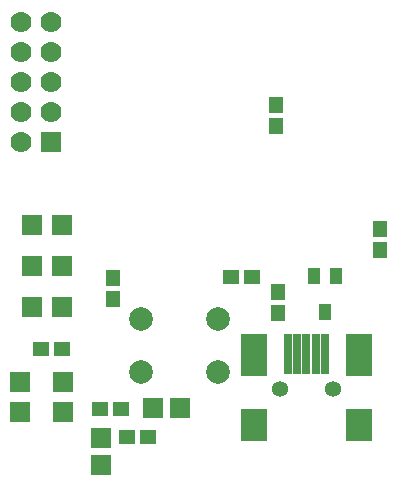
<source format=gbr>
%FSLAX23Y23*%
%MOIN*%
G04 EasyPC Gerber Version 17.0 Build 3379 *
%ADD101R,0.02969X0.13205*%
%ADD93R,0.04150X0.05331*%
%ADD95R,0.04937X0.05291*%
%ADD98R,0.06500X0.07000*%
%ADD102R,0.08874X0.10843*%
%ADD103R,0.08874X0.13992*%
%ADD97R,0.07000X0.07000*%
%ADD104C,0.05343*%
%ADD99C,0.07000*%
%ADD96C,0.07890*%
%ADD94R,0.05291X0.04937*%
%ADD100R,0.07000X0.06500*%
X0Y0D02*
D02*
D93*
X3964Y809D03*
X4001Y690D03*
X4038Y809D03*
D02*
D94*
X3055Y568D03*
X3125D03*
X3253Y367D03*
X3323D03*
X3343Y275D03*
X3413D03*
X3688Y807D03*
X3758D03*
D02*
D95*
X3296Y735D03*
Y805D03*
X3838Y1312D03*
Y1382D03*
X3845Y688D03*
Y758D03*
X4184Y897D03*
Y967D03*
D02*
D96*
X3388Y490D03*
Y667D03*
X3644Y490D03*
Y667D03*
D02*
D97*
X2985Y358D03*
Y458D03*
X3025Y982D03*
X3025Y706D03*
Y844D03*
X3090Y1257D03*
X3125Y982D03*
X3125Y706D03*
Y844D03*
X3127Y358D03*
Y458D03*
D02*
D98*
X3254Y181D03*
Y271D03*
D02*
D99*
X2990Y1257D03*
Y1357D03*
Y1457D03*
Y1557D03*
Y1657D03*
X3090Y1357D03*
Y1457D03*
Y1557D03*
Y1657D03*
D02*
D100*
X3428Y369D03*
X3518D03*
D02*
D101*
X3877Y551D03*
X3908D03*
X3940D03*
X3971D03*
X4003D03*
D02*
D102*
X3765Y315D03*
X4115D03*
D02*
D103*
X3765Y547D03*
X4115D03*
D02*
D104*
X3853Y433D03*
X4027D03*
X0Y0D02*
M02*

</source>
